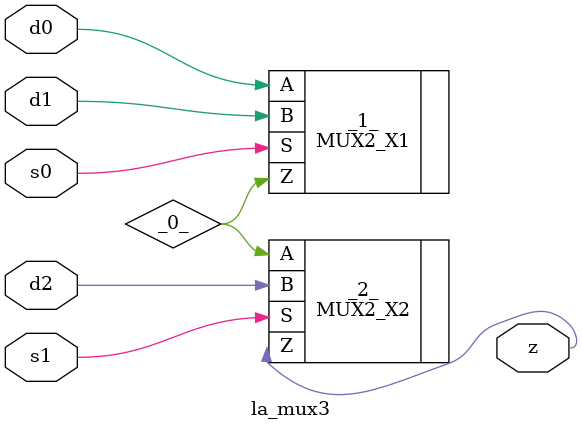
<source format=v>

/* Generated by Yosys 0.44 (git sha1 80ba43d26, g++ 11.4.0-1ubuntu1~22.04 -fPIC -O3) */

(* top =  1  *)
(* src = "inputs/la_mux3.v:10.1-23.10" *)
module la_mux3 (
    d0,
    d1,
    d2,
    s0,
    s1,
    z
);
  wire _0_;
  (* src = "inputs/la_mux3.v:13.12-13.14" *)
  input d0;
  wire d0;
  (* src = "inputs/la_mux3.v:14.12-14.14" *)
  input d1;
  wire d1;
  (* src = "inputs/la_mux3.v:15.12-15.14" *)
  input d2;
  wire d2;
  (* src = "inputs/la_mux3.v:16.12-16.14" *)
  input s0;
  wire s0;
  (* src = "inputs/la_mux3.v:17.12-17.14" *)
  input s1;
  wire s1;
  (* src = "inputs/la_mux3.v:18.12-18.13" *)
  output z;
  wire z;
  MUX2_X1 _1_ (
      .A(d0),
      .B(d1),
      .S(s0),
      .Z(_0_)
  );
  MUX2_X2 _2_ (
      .A(_0_),
      .B(d2),
      .S(s1),
      .Z(z)
  );
endmodule

</source>
